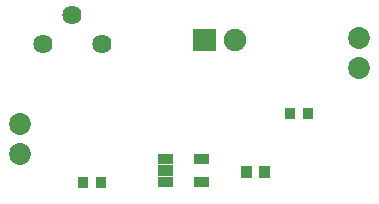
<source format=gts>
G04 Layer: TopSolderMaskLayer*
G04 EasyEDA v6.4.31, 2022-01-30 11:59:04*
G04 67aa8dcb152247358fa929708868e3bd,10*
G04 Gerber Generator version 0.2*
G04 Scale: 100 percent, Rotated: No, Reflected: No *
G04 Dimensions in millimeters *
G04 leading zeros omitted , absolute positions ,4 integer and 5 decimal *
%FSLAX45Y45*%
%MOMM*%

%ADD21C,1.9032*%
%ADD23C,1.8542*%
%ADD25C,1.6256*%

%LPD*%
D21*
G01*
X2617203Y4229100D03*
G36*
X2265934Y4133850D02*
G01*
X2265934Y4324350D01*
X2456434Y4324350D01*
X2456434Y4133850D01*
G37*
D23*
G01*
X3670300Y4241800D03*
G01*
X3670300Y3987800D03*
G01*
X800100Y3517900D03*
G01*
X800100Y3263900D03*
G36*
X1439671Y2974339D02*
G01*
X1439671Y3070860D01*
X1530350Y3070860D01*
X1530350Y2974339D01*
G37*
G36*
X1289050Y2974339D02*
G01*
X1289050Y3070860D01*
X1379728Y3070860D01*
X1379728Y2974339D01*
G37*
G36*
X2823972Y3063239D02*
G01*
X2823972Y3159760D01*
X2914650Y3159760D01*
X2914650Y3063239D01*
G37*
G36*
X2673350Y3063239D02*
G01*
X2673350Y3159760D01*
X2764027Y3159760D01*
X2764027Y3063239D01*
G37*
G36*
X3192272Y3558539D02*
G01*
X3192272Y3655060D01*
X3282950Y3655060D01*
X3282950Y3558539D01*
G37*
G36*
X3041650Y3558539D02*
G01*
X3041650Y3655060D01*
X3132327Y3655060D01*
X3132327Y3558539D01*
G37*
D25*
G01*
X1244612Y4442993D03*
G01*
X1494599Y4193006D03*
G01*
X994600Y4193006D03*
G36*
X1971040Y3176523D02*
G01*
X1971040Y3261868D01*
X2097531Y3261868D01*
X2097531Y3176523D01*
G37*
G36*
X1971040Y3081528D02*
G01*
X1971040Y3166871D01*
X2097531Y3166871D01*
X2097531Y3081528D01*
G37*
G36*
X1971040Y2986531D02*
G01*
X1971040Y3071876D01*
X2097531Y3071876D01*
X2097531Y2986531D01*
G37*
G36*
X2271013Y2986531D02*
G01*
X2271013Y3071876D01*
X2397506Y3071876D01*
X2397506Y2986531D01*
G37*
G36*
X2271013Y3176523D02*
G01*
X2271013Y3261868D01*
X2397506Y3261868D01*
X2397506Y3176523D01*
G37*
M02*

</source>
